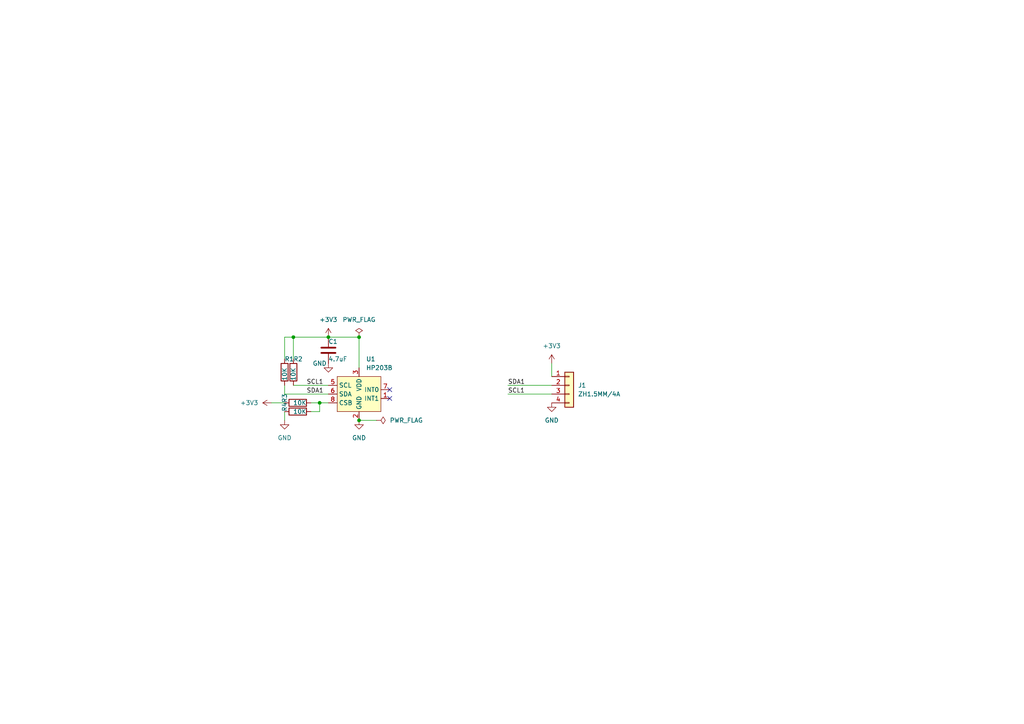
<source format=kicad_sch>
(kicad_sch (version 20211123) (generator eeschema)
  (paper "A4")
  (title_block (title "EHSLS-01-Baro") (date "2022-05-09") (rev "V0.1"))
  (lib_symbols
    (symbol "Connector_Generic:Conn_01x04" (pin_names (offset 1.016) hide)
      (property "Reference" "J" (at 0 5.08 0))
      (property "Value" "Conn_01x04" (at 0 -7.62 0))
      (symbol "Conn_01x04_1_1"
        (rectangle (start -1.27 -4.953) (end 0 -5.207) (stroke (width 0.1524)))
        (rectangle (start -1.27 -2.413) (end 0 -2.667) (stroke (width 0.1524)))
        (rectangle (start -1.27 0.127) (end 0 -0.127) (stroke (width 0.1524)))
        (rectangle (start -1.27 2.667) (end 0 2.413) (stroke (width 0.1524)))
        (rectangle (start -1.27 3.81) (end 1.27 -6.35) (stroke (width 0.254)) (fill (type background)))
        (pin passive line (at -5.08 2.54 0) (length 3.81) (name "Pin_1") (number "1"))
        (pin passive line (at -5.08 0 0) (length 3.81) (name "Pin_2") (number "2"))
        (pin passive line (at -5.08 -2.54 0) (length 3.81) (name "Pin_3") (number "3"))
        (pin passive line (at -5.08 -5.08 0) (length 3.81) (name "Pin_4") (number "4"))
      )
    )
    (symbol "Device:C" (pin_numbers hide) (pin_names (offset 0.254))
      (property "Reference" "C" (at 0.635 2.54 0))
      (property "Value" "C" (at 0.635 -2.54 0))
      (symbol "C_0_1"
        (polyline (pts (xy -2.032 -0.762) (xy 2.032 -0.762)) (stroke (width 0.508)))
        (polyline (pts (xy -2.032 0.762) (xy 2.032 0.762)) (stroke (width 0.508)))
      )
      (symbol "C_1_1"
        (pin passive line (at 0 3.81 270) (length 2.794) (name "~") (number "1"))
        (pin passive line (at 0 -3.81 90) (length 2.794) (name "~") (number "2"))
      )
    )
    (symbol "Device:R" (pin_numbers hide) (pin_names (offset 0))
      (property "Reference" "R" (at 2.032 0 90))
      (property "Value" "R" (at 0 0 90))
      (symbol "R_0_1"
        (rectangle (start -1.016 -2.54) (end 1.016 2.54) (stroke (width 0.254)))
      )
      (symbol "R_1_1"
        (pin passive line (at 0 3.81 270) (length 1.27) (name "~") (number "1"))
        (pin passive line (at 0 -3.81 90) (length 1.27) (name "~") (number "2"))
      )
    )
    (symbol "Ovo_Sensor_Pressure:HP203B"
      (property "Reference" "U" (at 2.54 8.89 0))
      (property "Value" "HP203B" (at 5.08 6.35 0))
      (symbol "HP203B_0_1"
        (rectangle (start -6.35 5.08) (end 6.35 -5.08) (fill (type background)))
      )
      (symbol "HP203B_1_1"
        (pin output line (at 8.89 -1.27 180) (length 2.54) (name "INT1") (number "1"))
        (pin power_in line (at 0 -7.62 90) (length 2.54) (name "GND") (number "2"))
        (pin power_in line (at 0 7.62 270) (length 2.54) (name "VDD") (number "3"))
        (pin no_connect line (at -3.81 -7.62 90) (length 2.54) hide (name "NC") (number "4"))
        (pin input line (at -8.89 2.54 0) (length 2.54) (name "SCL") (number "5"))
        (pin bidirectional line (at -8.89 0 0) (length 2.54) (name "SDA") (number "6"))
        (pin output line (at 8.89 1.27 180) (length 2.54) (name "INT0") (number "7"))
        (pin input line (at -8.89 -2.54 0) (length 2.54) (name "CSB") (number "8"))
      )
    )
    (symbol "power:+3V3" (power) (pin_names (offset 0))
      (property "Value" "+3V3" (at 0 3.556 0))
      (symbol "+3V3_0_1"
        (polyline (pts (xy -0.762 1.27) (xy 0 2.54)))
        (polyline (pts (xy 0 0) (xy 0 2.54)))
        (polyline (pts (xy 0 2.54) (xy 0.762 1.27)))
      )
      (symbol "+3V3_1_1"
        (pin power_in line (at 0 0 90) (length 0) hide (name "+3V3") (number "1"))
      )
    )
    (symbol "power:GND" (power) (pin_names (offset 0))
      (property "Value" "GND" (at 0 -3.81 0))
      (symbol "GND_0_1"
        (polyline (pts (xy 0 0) (xy 0 -1.27) (xy 1.27 -1.27) (xy 0 -2.54) (xy -1.27 -1.27) (xy 0 -1.27)))
      )
      (symbol "GND_1_1"
        (pin power_in line (at 0 0 270) (length 0) hide (name "GND") (number "1"))
      )
    )
    (symbol "power:PWR_FLAG" (power) (pin_numbers hide) (pin_names (offset 0) hide)
      (property "Value" "PWR_FLAG" (at 0 3.81 0))
      (symbol "PWR_FLAG_0_0"
        (pin power_out line (at 0 0 90) (length 0) (name "pwr") (number "1"))
      )
      (symbol "PWR_FLAG_0_1"
        (polyline (pts (xy 0 0) (xy 0 1.27) (xy -1.016 1.905) (xy 0 2.54) (xy 1.016 1.905) (xy 0 1.27)))
      )
    )
  )
  (junction (at 104.14 97.79))
  (junction (at 104.14 121.92))
  (junction (at 92.71 116.84))
  (junction (at 85.09 97.79))
  (junction (at 95.25 97.79))
  (no_connect (at 113.03 113.03))
  (no_connect (at 113.03 115.57))
  (wire (pts (xy 147.32 111.76) (xy 160.02 111.76)))
  (wire (pts (xy 104.14 121.92) (xy 109.22 121.92)))
  (wire (pts (xy 92.71 116.84) (xy 95.25 116.84)))
  (wire (pts (xy 82.55 111.76) (xy 82.55 114.3)))
  (wire (pts (xy 82.55 97.79) (xy 85.09 97.79)))
  (wire (pts (xy 85.09 111.76) (xy 95.25 111.76)))
  (wire (pts (xy 104.14 97.79) (xy 104.14 106.68)))
  (wire (pts (xy 92.71 119.38) (xy 92.71 116.84)))
  (wire (pts (xy 85.09 104.14) (xy 85.09 97.79)))
  (wire (pts (xy 90.17 116.84) (xy 92.71 116.84)))
  (wire (pts (xy 90.17 119.38) (xy 92.71 119.38)))
  (wire (pts (xy 95.25 97.79) (xy 104.14 97.79)))
  (wire (pts (xy 82.55 114.3) (xy 95.25 114.3)))
  (wire (pts (xy 82.55 104.14) (xy 82.55 97.79)))
  (wire (pts (xy 160.02 105.41) (xy 160.02 109.22)))
  (wire (pts (xy 147.32 114.3) (xy 160.02 114.3)))
  (wire (pts (xy 78.74 116.84) (xy 82.55 116.84)))
  (wire (pts (xy 82.55 121.92) (xy 82.55 119.38)))
  (wire (pts (xy 85.09 97.79) (xy 95.25 97.79)))
  (label "SDA1" (at 88.9 114.3 0))
  (label "SDA1" (at 147.32 111.76 0))
  (label "SCL1" (at 88.9 111.76 0))
  (label "SCL1" (at 147.32 114.3 0))
  (symbol (lib_id "Device:R") (at 86.36 116.84 90) (unit 1)
    (property "Reference" "R3" (at 82.55 116.84 0) (effects (justify left)))
    (property "Value" "10K" (at 88.9 116.84 90) (effects (justify left)))
    (property "Footprint" "Resistor_SMD:R_0603_1608Metric" (effects hide))
  )
  (symbol (lib_id "power:+3V3") (at 160.02 105.41 0) (unit 1)
    (property "Reference" "#PWR0101" (effects hide))
    (property "Value" "+3V3" (at 160.02 100.33 0))
  )
  (symbol (lib_id "Device:R") (at 85.09 107.95 0) (unit 1)
    (property "Reference" "R2" (at 85.09 104.14 0) (effects (justify left)))
    (property "Value" "10K" (at 85.09 110.49 90) (effects (justify left)))
    (property "Footprint" "Resistor_SMD:R_0603_1608Metric" (effects hide))
  )
  (symbol (lib_id "power:GND") (at 82.55 121.92 0) (unit 1)
    (property "Reference" "#PWR0103" (effects hide))
    (property "Value" "GND" (at 82.55 127 0))
  )
  (symbol (lib_id "Ovo_Sensor_Pressure:HP203B") (at 104.14 114.3 0) (unit 1)
    (property "Reference" "U1" (at 106.1594 104.14 0) (effects (justify left)))
    (property "Value" "HP203B" (at 106.1594 106.68 0) (effects (justify left)))
    (property "Footprint" "Ovo_Package_LGA:HOPERF_LGA-8_3.8x3.6mm_P0.9mm" (effects hide))
  )
  (symbol (lib_id "power:GND") (at 160.02 116.84 0) (unit 1)
    (property "Reference" "#PWR0102" (effects hide))
    (property "Value" "GND" (at 160.02 121.92 0))
  )
  (symbol (lib_id "power:GND") (at 104.14 121.92 0) (unit 1)
    (property "Reference" "#PWR0110" (effects hide))
    (property "Value" "GND" (at 104.14 127 0))
  )
  (symbol (lib_id "Connector_Generic:Conn_01x04") (at 165.1 111.76 0) (unit 1)
    (property "Reference" "J1" (at 167.64 111.7599 0) (effects (justify left)))
    (property "Value" "ZH1.5MM/4A" (at 167.64 114.2999 0) (effects (justify left)))
    (property "Footprint" "Ovo_Connector_JST:JST_ZH_B04B-ZR_1x04_P1.50mm_Vertical" (effects hide))
  )
  (symbol (lib_id "Device:R") (at 82.55 107.95 0) (unit 1)
    (property "Reference" "R1" (at 82.55 104.14 0) (effects (justify left)))
    (property "Value" "10K" (at 82.55 110.49 90) (effects (justify left)))
    (property "Footprint" "Resistor_SMD:R_0603_1608Metric" (effects hide))
  )
  (symbol (lib_id "power:PWR_FLAG") (at 104.14 97.79 0) (unit 1)
    (property "Reference" "#FLG0101" (effects hide))
    (property "Value" "PWR_FLAG" (at 104.14 92.71 0))
  )
  (symbol (lib_id "power:PWR_FLAG") (at 109.22 121.92 270) (unit 1)
    (property "Reference" "#FLG0102" (effects hide))
    (property "Value" "PWR_FLAG" (at 113.03 121.9199 90) (effects (justify left)))
  )
  (symbol (lib_id "power:+3V3") (at 78.74 116.84 90) (unit 1)
    (property "Reference" "#PWR0104" (effects hide))
    (property "Value" "+3V3" (at 74.93 116.8399 90) (effects (justify left)))
  )
  (symbol (lib_id "power:GND") (at 95.25 105.41 0) (unit 1)
    (property "Reference" "#PWR0109" (effects hide))
    (property "Value" "GND" (at 92.71 105.41 0))
  )
  (symbol (lib_id "power:+3V3") (at 95.25 97.79 0) (unit 1)
    (property "Reference" "#PWR0108" (effects hide))
    (property "Value" "+3V3" (at 95.25 92.71 0))
  )
  (symbol (lib_id "Device:C") (at 95.25 101.6 0) (unit 1)
    (property "Reference" "C1" (at 95.25 99.06 0) (effects (justify left)))
    (property "Value" "4.7uF" (at 95.25 104.14 0) (effects (justify left)))
    (property "Footprint" "Capacitor_SMD:C_0603_1608Metric" (effects hide))
  )
  (symbol (lib_id "Device:R") (at 86.36 119.38 90) (unit 1)
    (property "Reference" "R4" (at 82.55 119.38 0) (effects (justify left)))
    (property "Value" "10K" (at 88.9 119.38 90) (effects (justify left)))
    (property "Footprint" "Resistor_SMD:R_0603_1608Metric" (effects hide))
  )
)
</source>
